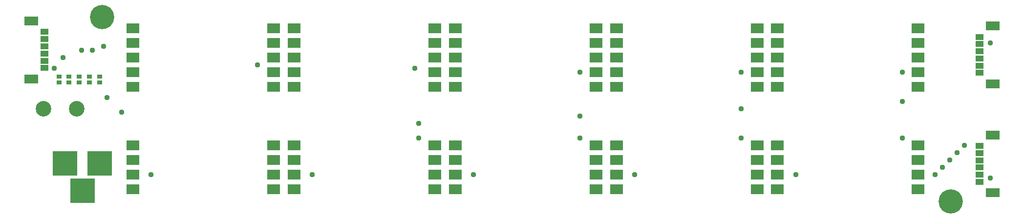
<source format=gbr>
G04 EAGLE Gerber RS-274X export*
G75*
%MOMM*%
%FSLAX34Y34*%
%LPD*%
%INSoldermask Top*%
%IPPOS*%
%AMOC8*
5,1,8,0,0,1.08239X$1,22.5*%
G01*
G04 Define Apertures*
%ADD10C,4.203200*%
%ADD11C,2.703200*%
%ADD12R,4.319194X4.319194*%
%ADD13R,1.403200X1.003200*%
%ADD14R,2.353200X1.503200*%
%ADD15R,0.847200X0.738300*%
%ADD16R,2.235200X1.727200*%
%ADD17C,0.959600*%
D10*
X143510Y965200D03*
X1614170Y645160D03*
D11*
X41910Y806450D03*
X99930Y806450D03*
D12*
X139700Y711200D03*
X109700Y664200D03*
X79700Y711200D03*
D13*
X43860Y939800D03*
X43860Y927300D03*
X43860Y914800D03*
X43860Y902300D03*
X43860Y889800D03*
X43860Y877300D03*
D14*
X20910Y958800D03*
X20910Y858300D03*
D13*
X1664290Y868680D03*
X1664290Y881180D03*
X1664290Y893680D03*
X1664290Y906180D03*
X1664290Y918680D03*
X1664290Y931180D03*
D14*
X1687240Y849680D03*
X1687240Y950180D03*
D13*
X1664290Y679450D03*
X1664290Y691950D03*
X1664290Y704450D03*
X1664290Y716950D03*
X1664290Y729450D03*
X1664290Y741950D03*
D14*
X1687240Y660450D03*
X1687240Y760950D03*
D15*
X139700Y862325D03*
X139700Y852175D03*
X122010Y862325D03*
X122010Y852175D03*
X104320Y862325D03*
X104320Y852175D03*
X86630Y852175D03*
X86630Y862325D03*
X68940Y852175D03*
X68940Y862325D03*
D16*
X196850Y946150D03*
X196850Y920750D03*
X196850Y692150D03*
X196850Y666750D03*
X440690Y666750D03*
X440690Y692150D03*
X440690Y869950D03*
X440690Y920750D03*
X440690Y946150D03*
X196850Y895350D03*
X196850Y869950D03*
X196850Y844550D03*
X196850Y717550D03*
X196850Y742950D03*
X440690Y717550D03*
X440690Y742950D03*
X440690Y844550D03*
X440690Y895350D03*
X476250Y946150D03*
X476250Y920750D03*
X476250Y692150D03*
X476250Y666750D03*
X720090Y666750D03*
X720090Y692150D03*
X720090Y869950D03*
X720090Y920750D03*
X720090Y946150D03*
X476250Y895350D03*
X476250Y869950D03*
X476250Y844550D03*
X476250Y717550D03*
X476250Y742950D03*
X720090Y717550D03*
X720090Y742950D03*
X720090Y844550D03*
X720090Y895350D03*
X755650Y946150D03*
X755650Y920750D03*
X755650Y692150D03*
X755650Y666750D03*
X999490Y666750D03*
X999490Y692150D03*
X999490Y869950D03*
X999490Y920750D03*
X999490Y946150D03*
X755650Y895350D03*
X755650Y869950D03*
X755650Y844550D03*
X755650Y717550D03*
X755650Y742950D03*
X999490Y717550D03*
X999490Y742950D03*
X999490Y844550D03*
X999490Y895350D03*
X1035050Y946150D03*
X1035050Y920750D03*
X1035050Y692150D03*
X1035050Y666750D03*
X1278890Y666750D03*
X1278890Y692150D03*
X1278890Y869950D03*
X1278890Y920750D03*
X1278890Y946150D03*
X1035050Y895350D03*
X1035050Y869950D03*
X1035050Y844550D03*
X1035050Y717550D03*
X1035050Y742950D03*
X1278890Y717550D03*
X1278890Y742950D03*
X1278890Y844550D03*
X1278890Y895350D03*
X1314120Y945953D03*
X1314120Y920553D03*
X1314120Y691953D03*
X1314120Y666553D03*
X1557960Y666553D03*
X1557960Y691953D03*
X1557960Y869753D03*
X1557960Y920553D03*
X1557960Y945953D03*
X1314120Y895153D03*
X1314120Y869753D03*
X1314120Y844353D03*
X1314120Y717353D03*
X1314120Y742753D03*
X1557960Y717353D03*
X1557960Y742753D03*
X1557960Y844353D03*
X1557960Y895153D03*
D17*
X146050Y914400D03*
X412750Y882650D03*
X127000Y908050D03*
X685800Y876300D03*
X107950Y908050D03*
X971550Y869950D03*
X76200Y895350D03*
X1250950Y869950D03*
X61262Y876300D03*
X1530350Y869950D03*
X152400Y825500D03*
X1682750Y685800D03*
X1682750Y920750D03*
X177800Y800100D03*
X692150Y755650D03*
X692150Y781050D03*
X971550Y755650D03*
X971550Y793750D03*
X1250950Y755650D03*
X1250950Y806450D03*
X1530350Y755650D03*
X1530350Y819150D03*
X228600Y692150D03*
X1638300Y742950D03*
X508000Y692150D03*
X1625600Y730250D03*
X787400Y692150D03*
X1612900Y717550D03*
X1066800Y692150D03*
X1600200Y704850D03*
X1346200Y692150D03*
X1587500Y692150D03*
M02*

</source>
